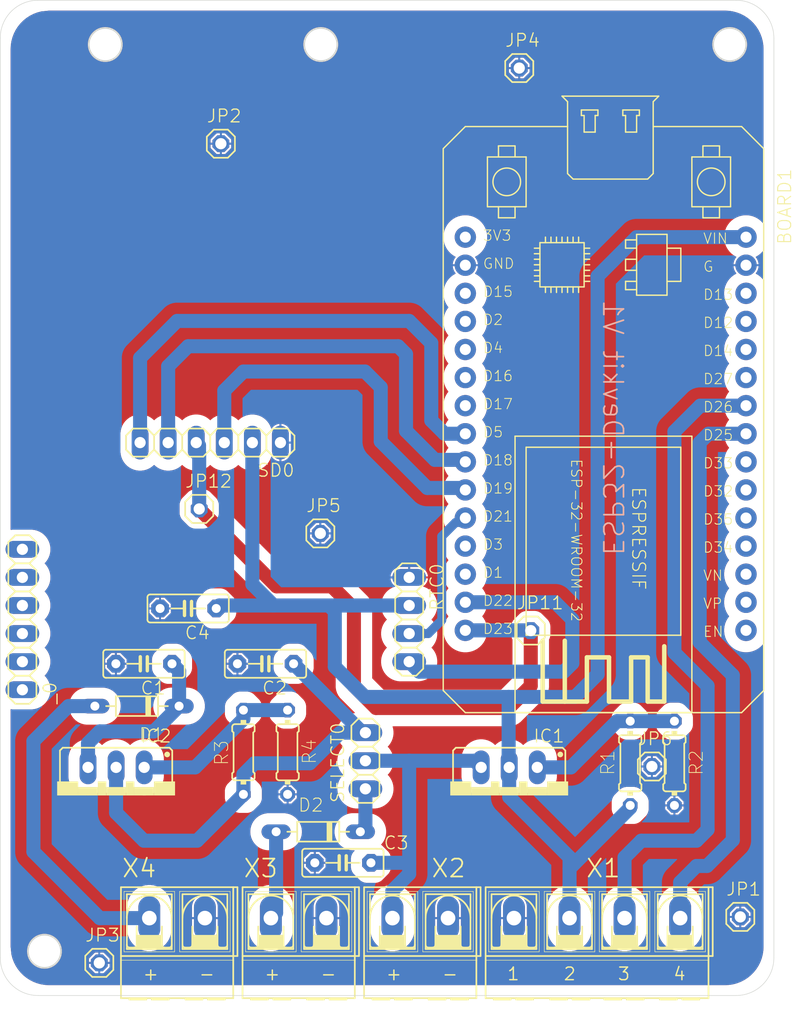
<source format=kicad_pcb>
(kicad_pcb (version 20241229) (generator "pcbnew") (generator_version "9.0")
  (layers (0 "F.Cu" signal) (2 "B.Cu" signal) (13 "F.Paste" user) (15 "B.Paste" user) (5 "F.SilkS" user "F.Silkscreen") (7 "B.SilkS" user "B.Silkscreen") (1 "F.Mask" user) (3 "B.Mask" user) (25 "Edge.Cuts" user))
  (net 0 "")
  (net 1 "5V")
  (net 2 "GND")
  (net 3 "V_BAT")
  (net 4 "SCL_RTC")
  (net 5 "SDA_RTC")
  (net 6 "N$1")
  (net 7 "N$2")
  (net 8 "ECHO_SENSOR")
  (net 9 "TRIGGER_SENSOR")
  (net 10 "CS_SD")
  (net 11 "SCK_SD")
  (net 12 "MISO_SD")
  (net 13 "MOSI_SD")
  (net 14 "V_CAR")
  (net 15 "N$4")
  (net 16 "V_PANEL")
  (net 17 "V_PAN")
  (net 18 "V_CARG")
  (footprint "BOARD:AK500_2-H" (layer "F.Cu") (at 151.5011 143.0036)
    (property "Reference" "X2" (at 0.92 -3.556 0) (layer "F.SilkS") (effects (font (size 1.61798 1.61798) (thickness 0.16002)) (justify left bottom)))
    (property "Value" "")
    (fp_text user "-" (at 1.905 5.715 0) (layer "F.SilkS") (effects (font (size 1.143 1.143) (thickness 0.127)) (justify left bottom)))
    (fp_text user "+" (at -3.175 5.715 0) (layer "F.SilkS") (effects (font (size 1.143 1.143) (thickness 0.127)) (justify left bottom)))
    (pad "1" thru_hole oval (at -2.5146 0 90) (size 3.9624 1.9812) (drill 1.3208) (layers "*.Cu" "*.Mask") (net 3 "V_BAT"))
    (pad "2" thru_hole oval (at 2.5146 0 90) (size 3.9624 1.9812) (drill 1.3208) (layers "*.Cu" "*.Mask") (net 2 "GND"))
  )
  (footprint "BOARD:C5B2.5_116" (layer "F.Cu") (at 126.5011 120.0036 180)
    (property "Reference" "C1" (at -2.032 -1.524 0) (layer "F.SilkS") (effects (font (size 1.1557 1.1557) (thickness 0.1143)) (justify right top)))
    (property "Value" ".1uF")
    (pad "1" thru_hole roundrect (at -2.54 0 180) (size 1.6002 1.6002) (drill 0.8128) (layers "*.Cu" "*.Mask") (chamfer_ratio 0.2928932188) (chamfer top_left top_right bottom_left bottom_right) (net 15 "N$4"))
    (pad "2" thru_hole roundrect (at 2.54 0 180) (size 1.6002 1.6002) (drill 0.8128) (layers "*.Cu" "*.Mask") (chamfer_ratio 0.2928932188) (chamfer top_left top_right bottom_left bottom_right) (net 2 "GND"))
  )
  (footprint "BOARD:1X01_325" (layer "F.Cu") (at 160.4611 66.1336)
    (property "Reference" "JP4" (at -1.3462 -1.8288 0) (layer "F.SilkS") (effects (font (size 1.1557 1.1557) (thickness 0.1143)) (justify left bottom)))
    (property "Value" "")
    (pad "1" thru_hole roundrect (at 0 0) (size 1.524 1.524) (drill 1.016) (layers "*.Cu" "*.Mask") (chamfer_ratio 0.2928932188) (chamfer top_left top_right bottom_left bottom_right) (net 2 "GND"))
  )
  (footprint "BOARD:317TS_409" (layer "F.Cu") (at 123.9811 131.9136 180)
    (property "Reference" "IC2" (at -5.08 6.0452 0) (layer "F.SilkS") (effects (font (size 1.1557 1.1557) (thickness 0.1143)) (justify right top)))
    (property "Value" "")
    (pad "1" thru_hole oval (at -2.54 2.54 270) (size 3.048 1.524) (drill 1.016) (layers "*.Cu" "*.Mask") (net 6 "N$1"))
    (pad "2" thru_hole oval (at 0 2.54 270) (size 3.048 1.524) (drill 1.016) (layers "*.Cu" "*.Mask") (net 16 "V_PANEL"))
    (pad "3" thru_hole oval (at 2.54 2.54 270) (size 3.048 1.524) (drill 1.016) (layers "*.Cu" "*.Mask") (net 15 "N$4"))
  )
  (footprint "BOARD:1X03_325" (layer "F.Cu") (at 146.5411 128.7736 90)
    (property "Reference" "SELECT0" (at -3.8862 -1.8288 90) (layer "F.SilkS") (effects (font (size 1.1557 1.1557) (thickness 0.1143)) (justify left bottom)))
    (property "Value" "")
    (pad "1" thru_hole oval (at -2.54 0 180) (size 3.048 1.524) (drill 1.016) (layers "*.Cu" "*.Mask") (net 18 "V_CARG"))
    (pad "2" thru_hole oval (at 0 0 180) (size 3.048 1.524) (drill 1.016) (layers "*.Cu" "*.Mask") (net 3 "V_BAT"))
    (pad "3" thru_hole oval (at 2.54 0 180) (size 3.048 1.524) (drill 1.016) (layers "*.Cu" "*.Mask") (net 16 "V_PANEL"))
  )
  (footprint "BOARD:1X06_325" (layer "F.Cu") (at 115.5011 116.0036 90)
    (property "Reference" "_0" (at -7.6962 3.1712 90) (layer "F.SilkS") (effects (font (size 1.1557 1.1557) (thickness 0.1143)) (justify left bottom)))
    (property "Value" "")
    (pad "1" thru_hole oval (at -6.35 0 180) (size 3.048 1.524) (drill 1.016) (layers "*.Cu" "*.Mask"))
    (pad "2" thru_hole oval (at -3.81 0 180) (size 3.048 1.524) (drill 1.016) (layers "*.Cu" "*.Mask"))
    (pad "3" thru_hole oval (at -1.27 0 180) (size 3.048 1.524) (drill 1.016) (layers "*.Cu" "*.Mask"))
    (pad "4" thru_hole oval (at 1.27 0 180) (size 3.048 1.524) (drill 1.016) (layers "*.Cu" "*.Mask"))
    (pad "5" thru_hole oval (at 3.81 0 180) (size 3.048 1.524) (drill 1.016) (layers "*.Cu" "*.Mask"))
    (pad "6" thru_hole oval (at 6.35 0 180) (size 3.048 1.524) (drill 1.016) (layers "*.Cu" "*.Mask"))
  )
  (footprint "BOARD:1X01_325" (layer "F.Cu") (at 172.4611 129.2936)
    (property "Reference" "JP6" (at -1.3462 -1.8288 0) (layer "F.SilkS") (effects (font (size 1.1557 1.1557) (thickness 0.1143)) (justify left bottom)))
    (property "Value" "")
    (pad "1" thru_hole roundrect (at 0 0) (size 1.524 1.524) (drill 1.016) (layers "*.Cu" "*.Mask") (chamfer_ratio 0.2928932188) (chamfer top_left top_right bottom_left bottom_right) (net 2 "GND"))
  )
  (footprint "BOARD:0204_7_334" (layer "F.Cu") (at 139.5011 128.0036 -90)
    (property "Reference" "R4" (at -1.27 -1.27 90) (layer "F.SilkS") (effects (font (size 1.198677 1.198677) (thickness 0.071323)) (justify right top)))
    (property "Value" "3.3K")
    (pad "1" thru_hole roundrect (at -3.81 0 270) (size 1.3208 1.3208) (drill 0.8128) (layers "*.Cu" "*.Mask") (chamfer_ratio 0.2928932188) (chamfer top_left top_right bottom_left bottom_right) (net 6 "N$1"))
    (pad "2" thru_hole roundrect (at 3.81 0 270) (size 1.3208 1.3208) (drill 0.8128) (layers "*.Cu" "*.Mask") (chamfer_ratio 0.2928932188) (chamfer top_left top_right bottom_left bottom_right) (net 2 "GND"))
  )
  (footprint "BOARD:1X01_325" (layer "F.Cu") (at 180.4611 142.8936)
    (property "Reference" "JP1" (at -1.3462 -1.8288 0) (layer "F.SilkS") (effects (font (size 1.1557 1.1557) (thickness 0.1143)) (justify left bottom)))
    (property "Value" "")
    (pad "1" thru_hole roundrect (at 0 0) (size 1.524 1.524) (drill 1.016) (layers "*.Cu" "*.Mask") (chamfer_ratio 0.2928932188) (chamfer top_left top_right bottom_left bottom_right) (net 2 "GND"))
  )
  (footprint "BOARD:0204_7_334" (layer "F.Cu") (at 170.5011 129.0036 -90)
    (property "Reference" "R1" (at -1.27 2.73 90) (layer "F.SilkS") (effects (font (size 1.198677 1.198677) (thickness 0.071323)) (justify right top)))
    (property "Value" "330")
    (pad "1" thru_hole roundrect (at -3.81 0 270) (size 1.3208 1.3208) (drill 0.8128) (layers "*.Cu" "*.Mask") (chamfer_ratio 0.2928932188) (chamfer top_left top_right bottom_left bottom_right) (net 7 "N$2"))
    (pad "2" thru_hole roundrect (at 3.81 0 270) (size 1.3208 1.3208) (drill 0.8128) (layers "*.Cu" "*.Mask") (chamfer_ratio 0.2928932188) (chamfer top_left top_right bottom_left bottom_right) (net 1 "5V"))
  )
  (footprint "BOARD:317TS_409" (layer "F.Cu") (at 159.5511 131.9136 180)
    (property "Reference" "IC1" (at -5.08 6.0452 0) (layer "F.SilkS") (effects (font (size 1.1557 1.1557) (thickness 0.1143)) (justify right top)))
    (property "Value" "")
    (pad "1" thru_hole oval (at -2.54 2.54 270) (size 3.048 1.524) (drill 1.016) (layers "*.Cu" "*.Mask") (net 7 "N$2"))
    (pad "2" thru_hole oval (at 0 2.54 270) (size 3.048 1.524) (drill 1.016) (layers "*.Cu" "*.Mask") (net 1 "5V"))
    (pad "3" thru_hole oval (at 2.54 2.54 270) (size 3.048 1.524) (drill 1.016) (layers "*.Cu" "*.Mask") (net 3 "V_BAT"))
  )
  (footprint "BOARD:C5B2.5_116" (layer "F.Cu") (at 144.5011 138.0036 180)
    (property "Reference" "C3" (at -6.032 2.476 0) (layer "F.SilkS") (effects (font (size 1.1557 1.1557) (thickness 0.1143)) (justify right top)))
    (property "Value" ".1uF")
    (pad "1" thru_hole roundrect (at -2.54 0 180) (size 1.6002 1.6002) (drill 0.8128) (layers "*.Cu" "*.Mask") (chamfer_ratio 0.2928932188) (chamfer top_left top_right bottom_left bottom_right) (net 3 "V_BAT"))
    (pad "2" thru_hole roundrect (at 2.54 0 180) (size 1.6002 1.6002) (drill 0.8128) (layers "*.Cu" "*.Mask") (chamfer_ratio 0.2928932188) (chamfer top_left top_right bottom_left bottom_right) (net 2 "GND"))
  )
  (footprint "BOARD:0204_7_334" (layer "F.Cu") (at 135.5011 128.0036 90)
    (property "Reference" "R3" (at -1.27 -1.27 90) (layer "F.SilkS") (effects (font (size 1.198677 1.198677) (thickness 0.071323)) (justify left bottom)))
    (property "Value" "390")
    (pad "1" thru_hole roundrect (at -3.81 0 90) (size 1.3208 1.3208) (drill 0.8128) (layers "*.Cu" "*.Mask") (chamfer_ratio 0.2928932188) (chamfer top_left top_right bottom_left bottom_right) (net 16 "V_PANEL"))
    (pad "2" thru_hole roundrect (at 3.81 0 90) (size 1.3208 1.3208) (drill 0.8128) (layers "*.Cu" "*.Mask") (chamfer_ratio 0.2928932188) (chamfer top_left top_right bottom_left bottom_right) (net 6 "N$1"))
  )
  (footprint "BOARD:1X04_325" (layer "F.Cu") (at 150.5011 116.0036 -90)
    (property "Reference" "RTC0" (at -5.1562 -1.8288 90) (layer "F.SilkS") (effects (font (size 1.1557 1.1557) (thickness 0.1143)) (justify right top)))
    (property "Value" "")
    (pad "1" thru_hole oval (at -3.81 0) (size 3.048 1.524) (drill 1.016) (layers "*.Cu" "*.Mask") (net 2 "GND"))
    (pad "2" thru_hole oval (at -1.27 0) (size 3.048 1.524) (drill 1.016) (layers "*.Cu" "*.Mask") (net 1 "5V"))
    (pad "3" thru_hole oval (at 1.27 0) (size 3.048 1.524) (drill 1.016) (layers "*.Cu" "*.Mask") (net 5 "SDA_RTC"))
    (pad "4" thru_hole oval (at 3.81 0) (size 3.048 1.524) (drill 1.016) (layers "*.Cu" "*.Mask") (net 4 "SCL_RTC"))
  )
  (footprint "BOARD:0204_7_334" (layer "F.Cu") (at 174.5011 129.0036 -90)
    (property "Reference" "R2" (at -1.27 -1.27 90) (layer "F.SilkS") (effects (font (size 1.198677 1.198677) (thickness 0.071323)) (justify right top)))
    (property "Value" "1k")
    (pad "1" thru_hole roundrect (at -3.81 0 270) (size 1.3208 1.3208) (drill 0.8128) (layers "*.Cu" "*.Mask") (chamfer_ratio 0.2928932188) (chamfer top_left top_right bottom_left bottom_right) (net 7 "N$2"))
    (pad "2" thru_hole roundrect (at 3.81 0 270) (size 1.3208 1.3208) (drill 0.8128) (layers "*.Cu" "*.Mask") (chamfer_ratio 0.2928932188) (chamfer top_left top_right bottom_left bottom_right) (net 2 "GND"))
  )
  (footprint "BOARD:1X01_325" (layer "F.Cu") (at 161.5011 117.0036)
    (property "Reference" "JP11" (at -1.3462 -1.8288 0) (layer "F.SilkS") (effects (font (size 1.1557 1.1557) (thickness 0.1143)) (justify left bottom)))
    (property "Value" "")
    (pad "1" thru_hole roundrect (at 0 0) (size 1.524 1.524) (drill 1.016) (layers "*.Cu" "*.Mask") (chamfer_ratio 0.2928932188) (chamfer top_left top_right bottom_left bottom_right) (net 13 "MOSI_SD"))
  )
  (footprint "BOARD:ESP32-DEVKITV1" (layer "F.Cu") (at 155.5811 81.4236 -90)
    (property "Reference" "BOARD1" (at -6.27 -28.21 90) (layer "F.SilkS") (effects (font (size 1.176528 1.176528) (thickness 0.093472)) (justify right top)))
    (property "Value" "ESP32DEVKITV1" (hide yes))
    (fp_text user "D12" (at 8.29 -21.47 0) (layer "F.SilkS") (effects (font (size 0.93472 0.93472) (thickness 0.08128)) (justify left bottom)))
    (fp_text user "D33" (at 20.99 -21.47 0) (layer "F.SilkS") (effects (font (size 0.93472 0.93472) (thickness 0.08128)) (justify left bottom)))
    (fp_text user "G" (at 3.21 -21.47 0) (layer "F.SilkS") (effects (font (size 0.93472 0.93472) (thickness 0.08128)) (justify left bottom)))
    (fp_text user "GND" (at 2.94 -1.54 0) (layer "F.SilkS") (effects (font (size 0.93472 0.93472) (thickness 0.08128)) (justify left bottom)))
    (fp_text user "VP" (at 33.69 -21.47 0) (layer "F.SilkS") (effects (font (size 0.93472 0.93472) (thickness 0.08128)) (justify left bottom)))
    (fp_text user "D27" (at 13.37 -21.47 0) (layer "F.SilkS") (effects (font (size 0.93472 0.93472) (thickness 0.08128)) (justify left bottom)))
    (fp_text user "D21" (at 25.8 -1.54 0) (layer "F.SilkS") (effects (font (size 0.93472 0.93472) (thickness 0.08128)) (justify left bottom)))
    (fp_text user "D14" (at 10.83 -21.47 0) (layer "F.SilkS") (effects (font (size 0.93472 0.93472) (thickness 0.08128)) (justify left bottom)))
    (fp_text user "D5" (at 18.18 -1.54 0) (layer "F.SilkS") (effects (font (size 0.93472 0.93472) (thickness 0.08128)) (justify left bottom)))
    (fp_text user "D23" (at 35.96 -1.54 0) (layer "F.SilkS") (effects (font (size 0.93472 0.93472) (thickness 0.08128)) (justify left bottom)))
    (fp_text user "D4" (at 10.56 -1.54 0) (layer "F.SilkS") (effects (font (size 0.93472 0.93472) (thickness 0.08128)) (justify left bottom)))
    (fp_text user "D13" (at 5.75 -21.47 0) (layer "F.SilkS") (effects (font (size 0.93472 0.93472) (thickness 0.08128)) (justify left bottom)))
    (fp_text user "D26" (at 15.91 -21.47 0) (layer "F.SilkS") (effects (font (size 0.93472 0.93472) (thickness 0.08128)) (justify left bottom)))
    (fp_text user "D16" (at 13.1 -1.54 0) (layer "F.SilkS") (effects (font (size 0.93472 0.93472) (thickness 0.08128)) (justify left bottom)))
    (fp_text user "D2" (at 8.02 -1.54 0) (layer "F.SilkS") (effects (font (size 0.93472 0.93472) (thickness 0.08128)) (justify left bottom)))
    (fp_text user "D25" (at 18.45 -21.47 0) (layer "F.SilkS") (effects (font (size 0.93472 0.93472) (thickness 0.08128)) (justify left bottom)))
    (fp_text user "D3" (at 28.34 -1.54 0) (layer "F.SilkS") (effects (font (size 0.93472 0.93472) (thickness 0.08128)) (justify left bottom)))
    (fp_text user "D32" (at 23.53 -21.47 0) (layer "F.SilkS") (effects (font (size 0.93472 0.93472) (thickness 0.08128)) (justify left bottom)))
    (fp_text user "EN" (at 36.23 -21.47 0) (layer "F.SilkS") (effects (font (size 0.93472 0.93472) (thickness 0.08128)) (justify left bottom)))
    (fp_text user "VIN" (at 0.67 -21.47 0) (layer "F.SilkS") (effects (font (size 0.93472 0.93472) (thickness 0.08128)) (justify left bottom)))
    (fp_text user "D18" (at 20.72 -1.54 0) (layer "F.SilkS") (effects (font (size 0.93472 0.93472) (thickness 0.08128)) (justify left bottom)))
    (fp_text user "D1" (at 30.88 -1.54 0) (layer "F.SilkS") (effects (font (size 0.93472 0.93472) (thickness 0.08128)) (justify left bottom)))
    (fp_text user "D35" (at 26.07 -21.47 0) (layer "F.SilkS") (effects (font (size 0.93472 0.93472) (thickness 0.08128)) (justify left bottom)))
    (fp_text user "ESP-32-WROOM-32" (at 20 -9.5 270) (layer "F.SilkS") (effects (font (size 0.93472 0.93472) (thickness 0.08128)) (justify left bottom)))
    (fp_text user "D15" (at 5.48 -1.54 0) (layer "F.SilkS") (effects (font (size 0.93472 0.93472) (thickness 0.08128)) (justify left bottom)))
    (fp_text user "ESPRESSIF " (at 22.5 -15 270) (layer "F.SilkS") (effects (font (size 1.1684 1.1684) (thickness 0.1016)) (justify left bottom)))
    (fp_text user "3V3" (at 0.4 -1.54 0) (layer "F.SilkS") (effects (font (size 0.93472 0.93472) (thickness 0.08128)) (justify left bottom)))
    (fp_text user "D19" (at 23.26 -1.54 0) (layer "F.SilkS") (effects (font (size 0.93472 0.93472) (thickness 0.08128)) (justify left bottom)))
    (fp_text user "D22" (at 33.42 -1.54 0) (layer "F.SilkS") (effects (font (size 0.93472 0.93472) (thickness 0.08128)) (justify left bottom)))
    (fp_text user "D34" (at 28.61 -21.47 0) (layer "F.SilkS") (effects (font (size 0.93472 0.93472) (thickness 0.08128)) (justify left bottom)))
    (fp_text user "D17" (at 15.64 -1.54 0) (layer "F.SilkS") (effects (font (size 0.93472 0.93472) (thickness 0.08128)) (justify left bottom)))
    (fp_text user "VN" (at 31.15 -21.47 0) (layer "F.SilkS") (effects (font (size 0.93472 0.93472) (thickness 0.08128)) (justify left bottom)))
    (fp_text user "ESP32-Devkit V1" (at 28.92 -12.31 270) (layer "B.SilkS") (effects (font (size 1.775968 1.775968) (thickness 0.154432)) (justify left bottom mirror)))
    (pad "3V3" thru_hole circle (at 0 0 270) (size 1.9304 1.9304) (drill 1) (layers "*.Cu" "*.Mask"))
    (pad "D1" thru_hole circle (at 30.48 0 270) (size 1.9304 1.9304) (drill 1) (layers "*.Cu" "*.Mask"))
    (pad "D2" thru_hole circle (at 7.62 0 270) (size 1.9304 1.9304) (drill 1) (layers "*.Cu" "*.Mask"))
    (pad "D3" thru_hole circle (at 27.94 0 270) (size 1.9304 1.9304) (drill 1) (layers "*.Cu" "*.Mask"))
    (pad "D4" thru_hole circle (at 10.16 0 270) (size 1.9304 1.9304) (drill 1) (layers "*.Cu" "*.Mask"))
    (pad "D5" thru_hole circle (at 17.78 0 270) (size 1.9304 1.9304) (drill 1) (layers "*.Cu" "*.Mask") (net 10 "CS_SD"))
    (pad "D12" thru_hole circle (at 7.62 -25.4 270) (size 1.9304 1.9304) (drill 1) (layers "*.Cu" "*.Mask"))
    (pad "D13" thru_hole circle (at 5.08 -25.4 270) (size 1.9304 1.9304) (drill 1) (layers "*.Cu" "*.Mask"))
    (pad "D14" thru_hole circle (at 10.16 -25.4 270) (size 1.9304 1.9304) (drill 1) (layers "*.Cu" "*.Mask"))
    (pad "D15" thru_hole circle (at 5.08 0 270) (size 1.9304 1.9304) (drill 1) (layers "*.Cu" "*.Mask"))
    (pad "D16" thru_hole circle (at 12.7 0 270) (size 1.9304 1.9304) (drill 1) (layers "*.Cu" "*.Mask"))
    (pad "D17" thru_hole circle (at 15.24 0 270) (size 1.9304 1.9304) (drill 1) (layers "*.Cu" "*.Mask"))
    (pad "D18" thru_hole circle (at 20.32 0 270) (size 1.9304 1.9304) (drill 1) (layers "*.Cu" "*.Mask") (net 11 "SCK_SD"))
    (pad "D19" thru_hole circle (at 22.86 0 270) (size 1.9304 1.9304) (drill 1) (layers "*.Cu" "*.Mask") (net 12 "MISO_SD"))
    (pad "D21" thru_hole circle (at 25.4 0 270) (size 1.9304 1.9304) (drill 1) (layers "*.Cu" "*.Mask") (net 5 "SDA_RTC"))
    (pad "D22" thru_hole circle (at 33.02 0 270) (size 1.9304 1.9304) (drill 1) (layers "*.Cu" "*.Mask") (net 4 "SCL_RTC"))
    (pad "D23" thru_hole circle (at 35.56 0 270) (size 1.9304 1.9304) (drill 1) (layers "*.Cu" "*.Mask") (net 13 "MOSI_SD"))
    (pad "D25" thru_hole circle (at 17.78 -25.4 270) (size 1.9304 1.9304) (drill 1) (layers "*.Cu" "*.Mask") (net 8 "ECHO_SENSOR"))
    (pad "D26" thru_hole circle (at 15.24 -25.4 270) (size 1.9304 1.9304) (drill 1) (layers "*.Cu" "*.Mask") (net 9 "TRIGGER_SENSOR"))
    (pad "D27" thru_hole circle (at 12.7 -25.4 270) (size 1.9304 1.9304) (drill 1) (layers "*.Cu" "*.Mask"))
    (pad "D32" thru_hole circle (at 22.86 -25.4 270) (size 1.9304 1.9304) (drill 1) (layers "*.Cu" "*.Mask"))
    (pad "D33" thru_hole circle (at 20.32 -25.4 270) (size 1.9304 1.9304) (drill 1) (layers "*.Cu" "*.Mask"))
    (pad "D34" thru_hole circle (at 27.94 -25.4 270) (size 1.9304 1.9304) (drill 1) (layers "*.Cu" "*.Mask"))
    (pad "D35" thru_hole circle (at 25.4 -25.4 270) (size 1.9304 1.9304) (drill 1) (layers "*.Cu" "*.Mask"))
    (pad "EN" thru_hole circle (at 35.56 -25.4 270) (size 1.9304 1.9304) (drill 1) (layers "*.Cu" "*.Mask"))
    (pad "GND" thru_hole circle (at 2.54 -25.4 270) (size 1.9304 1.9304) (drill 1) (layers "*.Cu" "*.Mask") (net 2 "GND"))
    (pad "GND@1" thru_hole circle (at 2.54 0 270) (size 1.9304 1.9304) (drill 1) (layers "*.Cu" "*.Mask") (net 2 "GND"))
    (pad "VIN" thru_hole circle (at 0 -25.4 270) (size 1.9304 1.9304) (drill 1) (layers "*.Cu" "*.Mask") (net 1 "5V"))
    (pad "VN" thru_hole circle (at 30.48 -25.4 270) (size 1.9304 1.9304) (drill 1) (layers "*.Cu" "*.Mask"))
    (pad "VP" thru_hole circle (at 33.02 -25.4 270) (size 1.9304 1.9304) (drill 1) (layers "*.Cu" "*.Mask"))
  )
  (footprint "BOARD:1X01_325" (layer "F.Cu") (at 131.5011 106.0036)
    (property "Reference" "JP12" (at -1.3462 -1.8288 0) (layer "F.SilkS") (effects (font (size 1.1557 1.1557) (thickness 0.1143)) (justify left bottom)))
    (property "Value" "")
    (pad "1" thru_hole roundrect (at 0 0) (size 1.524 1.524) (drill 1.016) (layers "*.Cu" "*.Mask") (chamfer_ratio 0.2928932188) (chamfer top_left top_right bottom_left bottom_right) (net 13 "MOSI_SD"))
  )
  (footprint "BOARD:AK500_2-H" (layer "F.Cu") (at 140.5011 143.0036)
    (property "Reference" "X3" (at -5.08 -3.556 0) (layer "F.SilkS") (effects (font (size 1.61798 1.61798) (thickness 0.16002)) (justify left bottom)))
    (property "Value" "")
    (fp_text user "-" (at 1.905 5.715 0) (layer "F.SilkS") (effects (font (size 1.143 1.143) (thickness 0.127)) (justify left bottom)))
    (fp_text user "+" (at -3.175 5.715 0) (layer "F.SilkS") (effects (font (size 1.143 1.143) (thickness 0.127)) (justify left bottom)))
    (pad "1" thru_hole oval (at -2.5146 0 90) (size 3.9624 1.9812) (drill 1.3208) (layers "*.Cu" "*.Mask") (net 14 "V_CAR"))
    (pad "2" thru_hole oval (at 2.5146 0 90) (size 3.9624 1.9812) (drill 1.3208) (layers "*.Cu" "*.Mask") (net 2 "GND"))
  )
  (footprint "BOARD:D-7.5_210" (layer "F.Cu") (at 142.2711 135.1936 180)
    (property "Reference" "D2" (at -0.54 3.095 0) (layer "F.SilkS") (effects (font (size 1.17856 1.17856) (thickness 0.09144)) (justify right top)))
    (property "Value" "")
    (pad "A" thru_hole oval (at 3.81 0 180) (size 2.6416 1.3208) (drill 0.8128) (layers "*.Cu" "*.Mask") (net 14 "V_CAR"))
    (pad "C" thru_hole oval (at -3.81 0 180) (size 2.6416 1.3208) (drill 0.8128) (layers "*.Cu" "*.Mask") (net 18 "V_CARG"))
  )
  (footprint "BOARD:1X01_325" (layer "F.Cu") (at 142.4611 108.2136)
    (property "Reference" "JP5" (at -1.3462 -1.8288 0) (layer "F.SilkS") (effects (font (size 1.1557 1.1557) (thickness 0.1143)) (justify left bottom)))
    (property "Value" "")
    (pad "1" thru_hole roundrect (at 0 0) (size 1.524 1.524) (drill 1.016) (layers "*.Cu" "*.Mask") (chamfer_ratio 0.2928932188) (chamfer top_left top_right bottom_left bottom_right) (net 2 "GND"))
  )
  (footprint "BOARD:1X01_325" (layer "F.Cu") (at 133.4611 72.9736)
    (property "Reference" "JP2" (at -1.3462 -1.8288 0) (layer "F.SilkS") (effects (font (size 1.1557 1.1557) (thickness 0.1143)) (justify left bottom)))
    (property "Value" "")
    (pad "1" thru_hole roundrect (at 0 0) (size 1.524 1.524) (drill 1.016) (layers "*.Cu" "*.Mask") (chamfer_ratio 0.2928932188) (chamfer top_left top_right bottom_left bottom_right) (net 2 "GND"))
  )
  (footprint "BOARD:1X06_325" (layer "F.Cu") (at 132.5011 100.0036 180)
    (property "Reference" "SD0" (at -7.6962 -1.8288 0) (layer "F.SilkS") (effects (font (size 1.1557 1.1557) (thickness 0.1143)) (justify right top)))
    (property "Value" "")
    (pad "1" thru_hole oval (at -6.35 0 270) (size 3.048 1.524) (drill 1.016) (layers "*.Cu" "*.Mask") (net 2 "GND"))
    (pad "2" thru_hole oval (at -3.81 0 270) (size 3.048 1.524) (drill 1.016) (layers "*.Cu" "*.Mask") (net 1 "5V"))
    (pad "3" thru_hole oval (at -1.27 0 270) (size 3.048 1.524) (drill 1.016) (layers "*.Cu" "*.Mask") (net 12 "MISO_SD"))
    (pad "4" thru_hole oval (at 1.27 0 270) (size 3.048 1.524) (drill 1.016) (layers "*.Cu" "*.Mask") (net 13 "MOSI_SD"))
    (pad "5" thru_hole oval (at 3.81 0 270) (size 3.048 1.524) (drill 1.016) (layers "*.Cu" "*.Mask") (net 11 "SCK_SD"))
    (pad "6" thru_hole oval (at 6.35 0 270) (size 3.048 1.524) (drill 1.016) (layers "*.Cu" "*.Mask") (net 10 "CS_SD"))
  )
  (footprint "BOARD:AK500_2-H" (layer "F.Cu") (at 129.5011 143.0036)
    (property "Reference" "X4" (at -5.08 -3.556 0) (layer "F.SilkS") (effects (font (size 1.61798 1.61798) (thickness 0.16002)) (justify left bottom)))
    (property "Value" "")
    (fp_text user "+" (at -3.175 5.715 0) (layer "F.SilkS") (effects (font (size 1.143 1.143) (thickness 0.127)) (justify left bottom)))
    (fp_text user "-" (at 1.905 5.715 0) (layer "F.SilkS") (effects (font (size 1.143 1.143) (thickness 0.127)) (justify left bottom)))
    (pad "1" thru_hole oval (at -2.5146 0 90) (size 3.9624 1.9812) (drill 1.3208) (layers "*.Cu" "*.Mask") (net 17 "V_PAN"))
    (pad "2" thru_hole oval (at 2.5146 0 90) (size 3.9624 1.9812) (drill 1.3208) (layers "*.Cu" "*.Mask") (net 2 "GND"))
  )
  (footprint "BOARD:D-7.5_210" (layer "F.Cu") (at 125.8711 123.8336 180)
    (property "Reference" "D1" (at -2.54 -1.905 0) (layer "F.SilkS") (effects (font (size 1.17856 1.17856) (thickness 0.09144)) (justify right top)))
    (property "Value" "")
    (pad "A" thru_hole oval (at 3.81 0 180) (size 2.6416 1.3208) (drill 0.8128) (layers "*.Cu" "*.Mask") (net 17 "V_PAN"))
    (pad "C" thru_hole oval (at -3.81 0 180) (size 2.6416 1.3208) (drill 0.8128) (layers "*.Cu" "*.Mask") (net 15 "N$4"))
  )
  (footprint "BOARD:C5B2.5_116" (layer "F.Cu") (at 137.5011 120.0036 180)
    (property "Reference" "C2" (at -2.032 -1.524 0) (layer "F.SilkS") (effects (font (size 1.1557 1.1557) (thickness 0.1143)) (justify right top)))
    (property "Value" ".1uF")
    (pad "1" thru_hole roundrect (at -2.54 0 180) (size 1.6002 1.6002) (drill 0.8128) (layers "*.Cu" "*.Mask") (chamfer_ratio 0.2928932188) (chamfer top_left top_right bottom_left bottom_right) (net 16 "V_PANEL"))
    (pad "2" thru_hole roundrect (at 2.54 0 180) (size 1.6002 1.6002) (drill 0.8128) (layers "*.Cu" "*.Mask") (chamfer_ratio 0.2928932188) (chamfer top_left top_right bottom_left bottom_right) (net 2 "GND"))
  )
  (footprint "BOARD:AK500_4-H_181" (layer "F.Cu") (at 167.5011 143.0036)
    (property "Reference" "X1" (at -1.0838 -3.556 0) (layer "F.SilkS") (effects (font (size 1.61798 1.61798) (thickness 0.16002)) (justify left bottom)))
    (property "Value" "")
    (fp_text user "2" (at -3.0988 5.715 0) (layer "F.SilkS") (effects (font (size 1.143 1.143) (thickness 0.127)) (justify left bottom)))
    (fp_text user "1" (at -8.2042 5.715 0) (layer "F.SilkS") (effects (font (size 1.143 1.143) (thickness 0.127)) (justify left bottom)))
    (fp_text user "3" (at 1.8034 5.715 0) (layer "F.SilkS") (effects (font (size 1.143 1.143) (thickness 0.127)) (justify left bottom)))
    (fp_text user "4" (at 6.8326 5.715 0) (layer "F.SilkS") (effects (font (size 1.143 1.143) (thickness 0.127)) (justify left bottom)))
    (pad "1" thru_hole oval (at -7.5184 0 90) (size 3.9624 1.9812) (drill 1.3208) (layers "*.Cu" "*.Mask") (net 2 "GND"))
    (pad "2" thru_hole oval (at -2.4892 0 90) (size 3.9624 1.9812) (drill 1.3208) (layers "*.Cu" "*.Mask") (net 1 "5V"))
    (pad "3" thru_hole oval (at 2.4892 0 90) (size 3.9624 1.9812) (drill 1.3208) (layers "*.Cu" "*.Mask") (net 9 "TRIGGER_SENSOR"))
    (pad "4" thru_hole oval (at 7.5184 0 90) (size 3.9624 1.9812) (drill 1.3208) (layers "*.Cu" "*.Mask") (net 8 "ECHO_SENSOR"))
  )
  (footprint "BOARD:C5B2.5_116" (layer "F.Cu") (at 130.5011 115.0036 180)
    (property "Reference" "C4" (at -2.032 -1.524 0) (layer "F.SilkS") (effects (font (size 1.1557 1.1557) (thickness 0.1143)) (justify right top)))
    (property "Value" ".1uF")
    (pad "1" thru_hole roundrect (at -2.54 0 180) (size 1.6002 1.6002) (drill 0.8128) (layers "*.Cu" "*.Mask") (chamfer_ratio 0.2928932188) (chamfer top_left top_right bottom_left bottom_right) (net 1 "5V"))
    (pad "2" thru_hole roundrect (at 2.54 0 180) (size 1.6002 1.6002) (drill 0.8128) (layers "*.Cu" "*.Mask") (chamfer_ratio 0.2928932188) (chamfer top_left top_right bottom_left bottom_right) (net 2 "GND"))
  )
  (footprint "BOARD:1X01_325" (layer "F.Cu") (at 122.4611 147.0536)
    (property "Reference" "JP3" (at -1.3462 -1.8288 0) (layer "F.SilkS") (effects (font (size 1.1557 1.1557) (thickness 0.1143)) (justify left bottom)))
    (property "Value" "")
    (pad "1" thru_hole roundrect (at 0 0) (size 1.524 1.524) (drill 1.016) (layers "*.Cu" "*.Mask") (chamfer_ratio 0.2928932188) (chamfer top_left top_right bottom_left bottom_right) (net 2 "GND"))
  )
  (gr_circle (center 142.5011 64.0036) (end 144.0011 64.0036) (stroke (width 0.1524)) (fill no) (layer "Edge.Cuts"))
  (gr_line (start 180.086893 60.0036) (end 116.915306 60.0036) (stroke (width 0.05)) (layer "Edge.Cuts"))
  (gr_arc (start 180.086893 60.0036) (mid 182.501102 61.003598) (end 183.5011 63.417807) (stroke (width 0.05)) (layer "Edge.Cuts"))
  (gr_arc (start 183.5011 146.589395) (mid 182.501102 149.003603) (end 180.086893 150.0036) (stroke (width 0.05)) (layer "Edge.Cuts"))
  (gr_line (start 116.915306 150.0036) (end 180.086893 150.0036) (stroke (width 0.05)) (layer "Edge.Cuts"))
  (gr_circle (center 123.0011 64.0036) (end 124.5011 64.0036) (stroke (width 0.1524)) (fill no) (layer "Edge.Cuts"))
  (gr_line (start 183.5011 146.589394) (end 183.5011 63.417807) (stroke (width 0.05)) (layer "Edge.Cuts"))
  (gr_circle (center 179.5011 64.0036) (end 181.0011 64.0036) (stroke (width 0.1524)) (fill no) (layer "Edge.Cuts"))
  (gr_line (start 113.5011 63.417807) (end 113.5011 146.589394) (stroke (width 0.05)) (layer "Edge.Cuts"))
  (gr_circle (center 117.5011 146.0036) (end 119.0011 146.0036) (stroke (width 0.1524)) (fill no) (layer "Edge.Cuts"))
  (gr_arc (start 116.915306 150.0036) (mid 114.501098 149.003602) (end 113.5011 146.589394) (stroke (width 0.05)) (layer "Edge.Cuts"))
  (gr_arc (start 113.5011 63.417806) (mid 114.501098 61.003598) (end 116.915306 60.0036) (stroke (width 0.05)) (layer "Edge.Cuts"))
  (segment (start 167.5511 120.9536) (end 167.5511 84.9536) (width 1.27) (layer "B.Cu") (net 1))
  (segment (start 159.5011 129.3236) (end 159.5011 123.0036) (width 1.27) (layer "B.Cu") (net 1))
  (segment (start 143.7711 114.7336) (end 143.7711 120.2736) (width 1.27) (layer "B.Cu") (net 1))
  (segment (start 159.5011 123.0036) (end 165.5011 123.0036) (width 1.27) (layer "B.Cu") (net 1))
  (segment (start 138.2311 114.7336) (end 136.3111 112.8136) (width 1.27) (layer "B.Cu") (net 1))
  (segment (start 165.0119 137.5144) (end 165.0119 138.5144) (width 1.27) (layer "B.Cu") (net 1))
  (segment (start 143.7711 114.7336) (end 138.2311 114.7336) (width 1.27) (layer "B.Cu") (net 1))
  (segment (start 170.5011 132.8136) (end 170.5011 133.0252) (width 1.27) (layer "B.Cu") (net 1))
  (segment (start 146.5011 123.0036) (end 159.5011 123.0036) (width 1.27) (layer "B.Cu") (net 1))
  (segment (start 136.3111 112.8136) (end 136.3111 100.0036) (width 1.27) (layer "B.Cu") (net 1))
  (segment (start 143.7711 114.7336) (end 143.5011 115.0036) (width 1.27) (layer "B.Cu") (net 1))
  (segment (start 143.7711 120.2736) (end 146.5011 123.0036) (width 1.27) (layer "B.Cu") (net 1))
  (segment (start 171.0811 81.4236) (end 180.9811 81.4236) (width 1.27) (layer "B.Cu") (net 1))
  (segment (start 170.5011 133.0252) (end 165.0119 138.5144) (width 1.27) (layer "B.Cu") (net 1))
  (segment (start 159.5511 129.3736) (end 159.5011 129.3236) (width 1.27) (layer "B.Cu") (net 1))
  (segment (start 150.5011 114.7336) (end 143.7711 114.7336) (width 1.27) (layer "B.Cu") (net 1))
  (segment (start 133.3111 114.7336) (end 138.2311 114.7336) (width 1.27) (layer "B.Cu") (net 1))
  (segment (start 165.5011 123.0036) (end 167.5511 120.9536) (width 1.27) (layer "B.Cu") (net 1))
  (segment (start 165.0119 138.5144) (end 165.0119 143.0036) (width 1.27) (layer "B.Cu") (net 1))
  (segment (start 159.5511 132.0536) (end 165.0119 137.5144) (width 1.27) (layer "B.Cu") (net 1))
  (segment (start 167.5511 84.9536) (end 171.0811 81.4236) (width 1.27) (layer "B.Cu") (net 1))
  (segment (start 159.5511 129.3736) (end 159.5511 132.0536) (width 1.27) (layer "B.Cu") (net 1))
  (segment (start 133.0411 115.0036) (end 133.3111 114.7336) (width 1.27) (layer "B.Cu") (net 1))
  (segment (start 156.4111 128.7736) (end 157.0111 129.3736) (width 1.27) (layer "B.Cu") (net 3))
  (segment (start 147.0411 138.0036) (end 150.5011 138.0036) (width 1.27) (layer "B.Cu") (net 3))
  (segment (start 150.5011 128.7736) (end 156.4111 128.7736) (width 1.27) (layer "B.Cu") (net 3))
  (segment (start 148.9865 140.5182) (end 150.5011 139.0036) (width 1.27) (layer "B.Cu") (net 3))
  (segment (start 146.5411 128.7736) (end 150.5011 128.7736) (width 1.27) (layer "B.Cu") (net 3))
  (segment (start 150.5011 139.0036) (end 150.5011 138.0036) (width 1.27) (layer "B.Cu") (net 3))
  (segment (start 148.9865 143.0036) (end 148.9865 140.5182) (width 1.27) (layer "B.Cu") (net 3))
  (segment (start 150.5011 138.0036) (end 150.5011 128.7736) (width 1.27) (layer "B.Cu") (net 3))
  (segment (start 155.5811 114.4436) (end 163.7051 114.4436) (width 1.27) (layer "B.Cu") (net 4))
  (segment (start 165.2651 119.9536) (end 164.5011 120.7176) (width 1.27) (layer "B.Cu") (net 4))
  (segment (start 163.7051 114.4436) (end 165.2651 116.0036) (width 1.27) (layer "B.Cu") (net 4))
  (segment (start 151.4051 120.7176) (end 150.5011 119.8136) (width 1.27) (layer "B.Cu") (net 4))
  (segment (start 165.2651 116.0036) (end 165.2651 119.9536) (width 1.27) (layer "B.Cu") (net 4))
  (segment (start 164.5011 120.7176) (end 151.4051 120.7176) (width 1.27) (layer "B.Cu") (net 4))
  (segment (start 155.1747 107.23) (end 154.697331 107.23) (width 0.8128) (layer "B.Cu") (net 5))
  (segment (start 152.2311 117.2736) (end 150.5011 117.2736) (width 0.8128) (layer "B.Cu") (net 5))
  (segment (start 153.4475 116.0572) (end 152.2311 117.2736) (width 0.8128) (layer "B.Cu") (net 5))
  (segment (start 153.4475 108.479832) (end 153.4475 116.0572) (width 0.8128) (layer "B.Cu") (net 5))
  (segment (start 154.697331 107.23) (end 153.4475 108.479832) (width 0.8128) (layer "B.Cu") (net 5))
  (segment (start 155.5811 106.8236) (end 155.1747 107.23) (width 0.8128) (layer "B.Cu") (net 5))
  (segment (start 126.5211 129.3736) (end 131.1311 129.3736) (width 1.27) (layer "B.Cu") (net 6))
  (segment (start 135.5011 125.0036) (end 135.5011 124.1936) (width 1.27) (layer "B.Cu") (net 6))
  (segment (start 131.1311 129.3736) (end 135.5011 125.0036) (width 1.27) (layer "B.Cu") (net 6))
  (segment (start 139.5011 124.1936) (end 135.5011 124.1936) (width 1.27) (layer "B.Cu") (net 6))
  (segment (start 165.1311 129.3736) (end 162.0911 129.3736) (width 1.27) (layer "B.Cu") (net 7))
  (segment (start 169.3111 125.1936) (end 165.1311 129.3736) (width 1.27) (layer "B.Cu") (net 7))
  (segment (start 170.5011 125.1936) (end 174.5011 125.1936) (width 1.27) (layer "B.Cu") (net 7))
  (segment (start 170.5011 125.1936) (end 169.3111 125.1936) (width 1.27) (layer "B.Cu") (net 7))
  (segment (start 176.7871 118.056707) (end 179.7871 121.056707) (width 1.27) (layer "B.Cu") (net 8))
  (segment (start 180.9811 99.2036) (end 177.5871 99.2036) (width 1.27) (layer "B.Cu") (net 8))
  (segment (start 179.7871 135.950494) (end 177.447993 138.2896) (width 1.27) (layer "B.Cu") (net 8))
  (segment (start 177.5871 99.2036) (end 176.7871 100.0036) (width 1.27) (layer "B.Cu") (net 8))
  (segment (start 176.7871 100.0036) (end 176.7871 118.056707) (width 1.27) (layer "B.Cu") (net 8))
  (segment (start 176.5011 138.2896) (end 175.0195 139.7712) (width 1.27) (layer "B.Cu") (net 8))
  (segment (start 179.7871 121.056707) (end 179.7871 135.950494) (width 1.27) (layer "B.Cu") (net 8))
  (segment (start 177.447993 138.2896) (end 176.5011 138.2896) (width 1.27) (layer "B.Cu") (net 8))
  (segment (start 175.0195 139.7712) (end 175.0195 143.0036) (width 1.27) (layer "B.Cu") (net 8))
  (segment (start 176.5011 136.0036) (end 171.5011 136.0036) (width 1.27) (layer "B.Cu") (net 9))
  (segment (start 174.5011 99.0036) (end 174.5011 119.0036) (width 1.27) (layer "B.Cu") (net 9))
  (segment (start 170.5011 137.0036) (end 169.9903 137.5144) (width 1.27) (layer "B.Cu") (net 9))
  (segment (start 180.9811 96.6636) (end 176.8411 96.6636) (width 1.27) (layer "B.Cu") (net 9))
  (segment (start 174.5011 119.0036) (end 177.5011 122.0036) (width 1.27) (layer "B.Cu") (net 9))
  (segment (start 177.5011 122.0036) (end 177.5011 135.0036) (width 1.27) (layer "B.Cu") (net 9))
  (segment (start 177.5011 135.0036) (end 176.5011 136.0036) (width 1.27) (layer "B.Cu") (net 9))
  (segment (start 176.8411 96.6636) (end 174.5011 99.0036) (width 1.27) (layer "B.Cu") (net 9))
  (segment (start 171.5011 136.0036) (end 170.5011 137.0036) (width 1.27) (layer "B.Cu") (net 9))
  (segment (start 169.9903 137.5144) (end 169.9903 143.0036) (width 1.27) (layer "B.Cu") (net 9))
  (segment (start 152.5011 91.0036) (end 152.5011 98.0036) (width 1.27) (layer "B.Cu") (net 10))
  (segment (start 129.5011 89.0036) (end 150.5011 89.0036) (width 1.27) (layer "B.Cu") (net 10))
  (segment (start 153.7011 99.2036) (end 155.5811 99.2036) (width 1.27) (layer "B.Cu") (net 10))
  (segment (start 152.5011 98.0036) (end 153.7011 99.2036) (width 1.27) (layer "B.Cu") (net 10))
  (segment (start 126.1511 100.0036) (end 126.1511 92.3536) (width 1.27) (layer "B.Cu") (net 10))
  (segment (start 126.1511 92.3536) (end 129.5011 89.0036) (width 1.27) (layer "B.Cu") (net 10))
  (segment (start 150.5011 89.0036) (end 152.5011 91.0036) (width 1.27) (layer "B.Cu") (net 10))
  (segment (start 150.2151 92.0036) (end 150.2151 98.950494) (width 1.27) (layer "B.Cu") (net 11))
  (segment (start 128.6911 93.0996) (end 130.5011 91.2896) (width 1.27) (layer "B.Cu") (net 11))
  (segment (start 149.5011 91.2896) (end 150.2151 92.0036) (width 1.27) (layer "B.Cu") (net 11))
  (segment (start 128.6911 100.0036) (end 128.6911 93.0996) (width 1.27) (layer "B.Cu") (net 11))
  (segment (start 150.2151 98.950494) (end 152.830406 101.5658) (width 1.27) (layer "B.Cu") (net 11))
  (segment (start 155.4033 101.5658) (end 155.5811 101.7436) (width 1.27) (layer "B.Cu") (net 11))
  (segment (start 152.830406 101.5658) (end 155.4033 101.5658) (width 1.27) (layer "B.Cu") (net 11))
  (segment (start 130.5011 91.2896) (end 149.5011 91.2896) (width 1.27) (layer "B.Cu") (net 11))
  (segment (start 146.5011 93.5756) (end 147.9291 95.0036) (width 1.27) (layer "B.Cu") (net 12))
  (segment (start 147.9291 99.897388) (end 152.137512 104.1058) (width 1.27) (layer "B.Cu") (net 12))
  (segment (start 152.137512 104.1058) (end 155.4033 104.1058) (width 1.27) (layer "B.Cu") (net 12))
  (segment (start 135.5011 93.5756) (end 146.5011 93.5756) (width 1.27) (layer "B.Cu") (net 12))
  (segment (start 155.4033 104.1058) (end 155.5811 104.2836) (width 1.27) (layer "B.Cu") (net 12))
  (segment (start 133.7711 100.0036) (end 133.7711 95.3056) (width 1.27) (layer "B.Cu") (net 12))
  (segment (start 147.9291 95.0036) (end 147.9291 99.897388) (width 1.27) (layer "B.Cu") (net 12))
  (segment (start 133.7711 95.3056) (end 135.5011 93.5756) (width 1.27) (layer "B.Cu") (net 12))
  (segment (start 145.5011 115.0036) (end 145.5011 122.0036) (width 1.27) (layer "F.Cu") (net 13))
  (segment (start 131.5011 106.0036) (end 138.5011 113.0036) (width 1.27) (layer "F.Cu") (net 13))
  (segment (start 138.5011 113.0036) (end 143.5011 113.0036) (width 1.27) (layer "F.Cu") (net 13))
  (segment (start 159.5011 124.0036) (end 161.5011 122.0036) (width 1.27) (layer "F.Cu") (net 13))
  (segment (start 161.5011 122.0036) (end 161.5011 117.0036) (width 1.27) (layer "F.Cu") (net 13))
  (segment (start 143.5011 113.0036) (end 145.5011 115.0036) (width 1.27) (layer "F.Cu") (net 13))
  (segment (start 145.5011 122.0036) (end 147.5011 124.0036) (width 1.27) (layer "F.Cu") (net 13))
  (segment (start 147.5011 124.0036) (end 159.5011 124.0036) (width 1.27) (layer "F.Cu") (net 13))
  (segment (start 155.5811 116.9836) (end 161.4811 116.9836) (width 1.27) (layer "B.Cu") (net 13))
  (segment (start 161.4811 116.9836) (end 161.5011 117.0036) (width 1.27) (layer "B.Cu") (net 13))
  (segment (start 131.4851 100.2576) (end 131.4851 100.950494) (width 1.27) (layer "B.Cu") (net 13))
  (segment (start 131.4851 100.950494) (end 131.5011 100.966494) (width 1.27) (layer "B.Cu") (net 13))
  (segment (start 131.5011 100.966494) (end 131.5011 106.0036) (width 1.27) (layer "B.Cu") (net 13))
  (segment (start 131.2311 100.0036) (end 131.4851 100.2576) (width 1.27) (layer "B.Cu") (net 13))
  (segment (start 138.4611 142.529) (end 137.9865 143.0036) (width 1.27) (layer "B.Cu") (net 14))
  (segment (start 138.4611 135.1936) (end 138.4611 142.529) (width 1.27) (layer "B.Cu") (net 14))
  (segment (start 121.4411 127.1796) (end 121.4411 129.3736) (width 1.27) (layer "B.Cu") (net 15))
  (segment (start 129.6811 120.6436) (end 129.6811 123.8336) (width 1.27) (layer "B.Cu") (net 15))
  (segment (start 122.5011 126.1196) (end 121.4411 127.1796) (width 1.27) (layer "B.Cu") (net 15))
  (segment (start 127.3951 126.1196) (end 122.5011 126.1196) (width 1.27) (layer "B.Cu") (net 15))
  (segment (start 129.0411 120.0036) (end 129.6811 120.6436) (width 1.27) (layer "B.Cu") (net 15))
  (segment (start 129.6811 123.8336) (end 127.3951 126.1196) (width 1.27) (layer "B.Cu") (net 15))
  (segment (start 136.5011 129.0036) (end 141.5011 129.0036) (width 1.27) (layer "B.Cu") (net 16))
  (segment (start 123.9811 133.4836) (end 126.5011 136.0036) (width 1.27) (layer "B.Cu") (net 16))
  (segment (start 144.2711 126.2336) (end 146.5411 126.2336) (width 1.27) (layer "B.Cu") (net 16))
  (segment (start 145.7311 126.2336) (end 146.5411 126.2336) (width 1.27) (layer "B.Cu") (net 16))
  (segment (start 135.5011 131.8136) (end 135.5011 130.0036) (width 1.27) (layer "B.Cu") (net 16))
  (segment (start 141.5011 129.0036) (end 144.2711 126.2336) (width 1.27) (layer "B.Cu") (net 16))
  (segment (start 126.5011 136.0036) (end 131.3111 136.0036) (width 1.27) (layer "B.Cu") (net 16))
  (segment (start 140.0411 120.0036) (end 146.2711 126.2336) (width 1.27) (layer "B.Cu") (net 16))
  (segment (start 135.5011 130.0036) (end 136.5011 129.0036) (width 1.27) (layer "B.Cu") (net 16))
  (segment (start 131.3111 136.0036) (end 135.5011 131.8136) (width 1.27) (layer "B.Cu") (net 16))
  (segment (start 123.9811 129.3736) (end 123.9811 133.4836) (width 1.27) (layer "B.Cu") (net 16))
  (segment (start 146.2711 126.2336) (end 146.5411 126.2336) (width 1.27) (layer "B.Cu") (net 16))
  (segment (start 119.6711 123.8336) (end 116.5011 127.0036) (width 1.27) (layer "B.Cu") (net 17))
  (segment (start 116.5011 137.0036) (end 122.5011 143.0036) (width 1.27) (layer "B.Cu") (net 17))
  (segment (start 122.5011 143.0036) (end 126.9865 143.0036) (width 1.27) (layer "B.Cu") (net 17))
  (segment (start 116.5011 127.0036) (end 116.5011 137.0036) (width 1.27) (layer "B.Cu") (net 17))
  (segment (start 122.0611 123.8336) (end 119.6711 123.8336) (width 1.27) (layer "B.Cu") (net 17))
  (segment (start 146.5411 134.7336) (end 146.0811 135.1936) (width 1.27) (layer "B.Cu") (net 18))
  (segment (start 146.5411 131.3136) (end 146.5411 134.7336) (width 1.27) (layer "B.Cu") (net 18))
  (zone (net 2) (net_name "GND") (layer "F.Cu") (priority 6) (connect_pads (clearance 0.000001)) (min_thickness 0.0635) (fill yes (thermal_gap 0.177) (thermal_bridge_width 0.177))
    (polygon (pts (xy 179.450422 60.959064) (xy 179.809968 61.016011) (xy 180.161591 61.110228) (xy 180.501439 61.240684) (xy 180.82579 61.405949) (xy 181.13109 61.604213) (xy 181.413991 61.833303) (xy 181.671397 62.090709) (xy 181.900487 62.37361) (xy 182.098751 62.678909) (xy 182.264016 63.003261) (xy 182.394472 63.343109) (xy 182.488689 63.694732) (xy 182.545636 64.054278) (xy 182.5646 64.416144) (xy 182.5646 145.591058) (xy 182.545636 145.952924) (xy 182.488689 146.312469) (xy 182.394472 146.664092) (xy 182.264016 147.003941) (xy 182.098751 147.328292) (xy 181.900487 147.633591) (xy 181.671397 147.916492) (xy 181.413991 148.173898) (xy 181.131089 148.402988) (xy 180.82579 148.601252) (xy 180.501439 148.766517) (xy 180.16159 148.896972) (xy 179.809967 148.99119) (xy 179.450422 149.048136) (xy 179.088556 149.0671) (xy 117.913643 149.0671) (xy 117.551777 149.048136) (xy 117.192232 148.991189) (xy 116.840609 148.896972) (xy 116.50076 148.766516) (xy 116.176409 148.601251) (xy 115.87111 148.402988) (xy 115.588208 148.173898) (xy 115.330802 147.916492) (xy 115.101712 147.63359) (xy 114.903449 147.328291) (xy 114.738184 147.00394) (xy 114.607728 146.664091) (xy 114.513079 146.310855) (xy 114.4376 145.592722) (xy 114.4376 64.416143) (xy 114.456564 64.054277) (xy 114.513511 63.694732) (xy 114.607728 63.343109) (xy 114.738184 63.00326) (xy 114.903449 62.678909) (xy 115.101712 62.37361) (xy 115.330802 62.090708) (xy 115.588208 61.833302) (xy 115.87111 61.604212) (xy 116.176409 61.405949) (xy 116.50076 61.240684) (xy 116.840609 61.110228) (xy 117.193845 61.015579) (xy 117.911978 60.9401) (xy 179.088556 60.9401)))
  )
  (zone (net 2) (net_name "GND") (layer "B.Cu") (priority 6) (connect_pads (clearance 0.000001)) (min_thickness 0.0635) (fill yes (thermal_gap 0.177) (thermal_bridge_width 0.177))
    (polygon (pts (xy 179.450422 60.959064) (xy 179.809968 61.016011) (xy 180.161591 61.110228) (xy 180.501439 61.240684) (xy 180.82579 61.405949) (xy 181.13109 61.604213) (xy 181.413991 61.833303) (xy 181.671397 62.090709) (xy 181.900487 62.37361) (xy 182.098751 62.678909) (xy 182.264016 63.003261) (xy 182.394472 63.343109) (xy 182.488689 63.694732) (xy 182.545636 64.054278) (xy 182.5646 64.416144) (xy 182.5646 145.591058) (xy 182.545636 145.952924) (xy 182.488689 146.312469) (xy 182.394472 146.664092) (xy 182.264016 147.003941) (xy 182.098751 147.328292) (xy 181.900487 147.633591) (xy 181.671397 147.916492) (xy 181.413991 148.173898) (xy 181.131089 148.402988) (xy 180.82579 148.601252) (xy 180.501439 148.766517) (xy 180.16159 148.896972) (xy 179.809967 148.99119) (xy 179.450422 149.048136) (xy 179.088556 149.0671) (xy 117.913643 149.0671) (xy 117.551777 149.048136) (xy 117.192232 148.991189) (xy 116.840609 148.896972) (xy 116.50076 148.766516) (xy 116.176409 148.601251) (xy 115.87111 148.402988) (xy 115.588208 148.173898) (xy 115.330802 147.916492) (xy 115.101712 147.63359) (xy 114.903449 147.328291) (xy 114.738184 147.00394) (xy 114.607728 146.664091) (xy 114.513079 146.310855) (xy 114.4376 145.592722) (xy 114.4376 64.416143) (xy 114.456564 64.054277) (xy 114.513511 63.694732) (xy 114.607728 63.343109) (xy 114.738184 63.00326) (xy 114.903449 62.678909) (xy 115.101712 62.37361) (xy 115.330802 62.090708) (xy 115.588208 61.833302) (xy 115.87111 61.604212) (xy 116.176409 61.405949) (xy 116.50076 61.240684) (xy 116.840609 61.110228) (xy 117.193845 61.015579) (xy 117.911978 60.9401) (xy 179.088556 60.9401)))
  )
)
</source>
